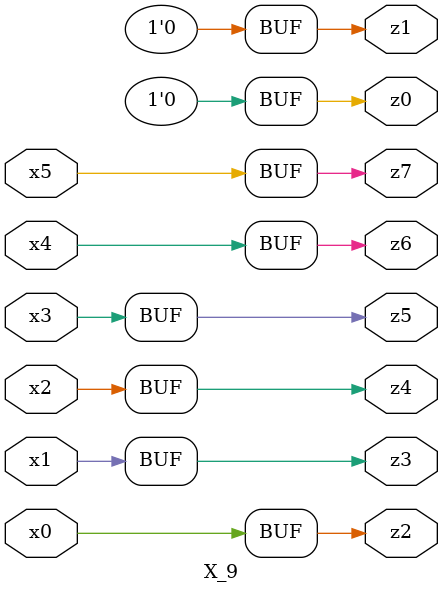
<source format=v>

module X_9 ( 
    x0, x1, x2, x3, x4, x5,
    z0, z1, z2, z3, z4, z5, z6, z7  );
  input  x0, x1, x2, x3, x4, x5;
  output z0, z1, z2, z3, z4, z5, z6, z7;
  assign z0 = 1'b0;
  assign z1 = 1'b0;
  assign z2 = x0;
  assign z3 = x1;
  assign z4 = x2;
  assign z5 = x3;
  assign z6 = x4;
  assign z7 = x5;
endmodule



</source>
